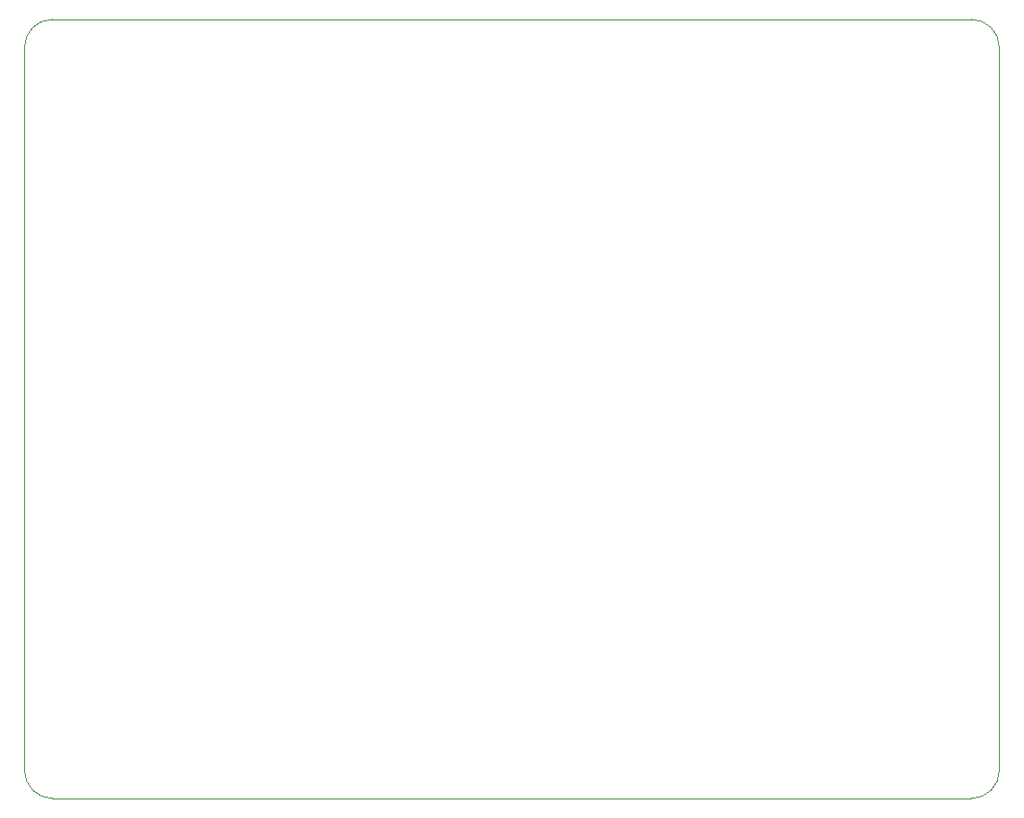
<source format=gbr>
%TF.GenerationSoftware,Altium Limited,Altium Designer,19.0.10 (269)*%
G04 Layer_Color=0*
%FSLAX26Y26*%
%MOIN*%
%TF.FileFunction,Profile,NP*%
%TF.Part,Single*%
G01*
G75*
%TA.AperFunction,Profile*%
%ADD93C,0.001000*%
D93*
X0Y2700000D02*
G02*
X100000Y2800000I100000J0D01*
G01*
X3400000D01*
D02*
G02*
X3500000Y2700000I0J-100000D01*
G01*
Y100000D01*
D02*
G02*
X3400000Y0I-100000J0D01*
G01*
X100000D01*
D02*
G02*
X0Y100000I0J100000D01*
G01*
Y2700000D01*
%TF.MD5,691cb0155c33b6c044021cbf7d9f05ca*%
M02*

</source>
